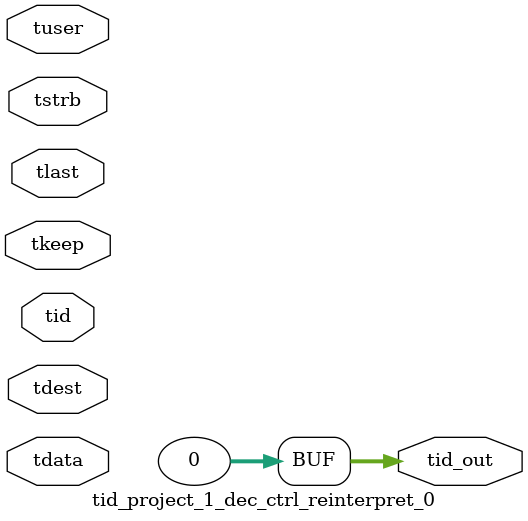
<source format=v>


`timescale 1ps/1ps

module tid_project_1_dec_ctrl_reinterpret_0 #
(
parameter C_S_AXIS_TID_WIDTH   = 1,
parameter C_S_AXIS_TUSER_WIDTH = 0,
parameter C_S_AXIS_TDATA_WIDTH = 0,
parameter C_S_AXIS_TDEST_WIDTH = 0,
parameter C_M_AXIS_TID_WIDTH   = 32
)
(
input  [(C_S_AXIS_TID_WIDTH   == 0 ? 1 : C_S_AXIS_TID_WIDTH)-1:0       ] tid,
input  [(C_S_AXIS_TDATA_WIDTH == 0 ? 1 : C_S_AXIS_TDATA_WIDTH)-1:0     ] tdata,
input  [(C_S_AXIS_TUSER_WIDTH == 0 ? 1 : C_S_AXIS_TUSER_WIDTH)-1:0     ] tuser,
input  [(C_S_AXIS_TDEST_WIDTH == 0 ? 1 : C_S_AXIS_TDEST_WIDTH)-1:0     ] tdest,
input  [(C_S_AXIS_TDATA_WIDTH/8)-1:0 ] tkeep,
input  [(C_S_AXIS_TDATA_WIDTH/8)-1:0 ] tstrb,
input                                                                    tlast,
output [(C_M_AXIS_TID_WIDTH   == 0 ? 1 : C_M_AXIS_TID_WIDTH)-1:0       ] tid_out
);

assign tid_out = {1'b0};

endmodule


</source>
